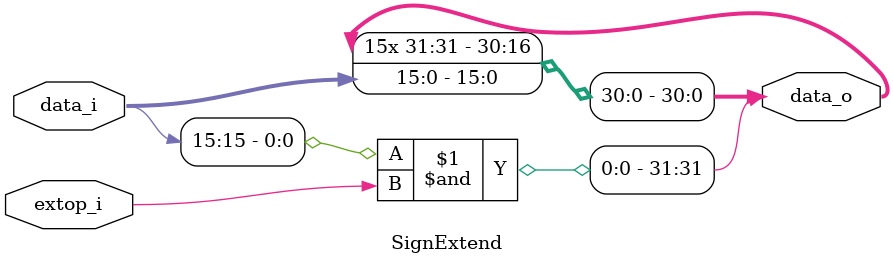
<source format=v>
module SignExtend(
    extop_i,
    data_i,
    data_o
);

input		  extop_i;
input  [15:0] data_i;
output [31:0] data_o;

assign data_o = { {16{data_i[15]&extop_i}}, data_i };

endmodule

</source>
